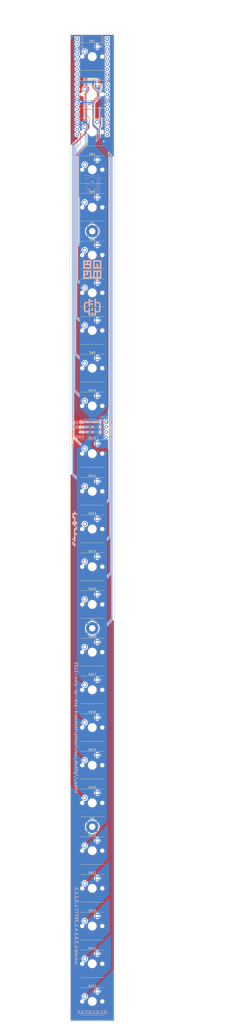
<source format=kicad_pcb>
(kicad_pcb (version 20240108) (generator "pcbnew") (generator_version "8.0")
  (layers (0 "F.Cu" signal) (31 "B.Cu" signal) (34 "B.Paste" user) (35 "F.Paste" user) (36 "B.SilkS" user "B.Silkscreen") (37 "F.SilkS" user "F.Silkscreen") (38 "B.Mask" user) (39 "F.Mask" user) (44 "Edge.Cuts" user))
  (net 0 "")
  (net 1 "GP15")
  (net 2 "GP13")
  (net 3 "GP2")
  (net 4 "GP6")
  (net 5 "GP4")
  (net 6 "GND")
  (net 7 "GP8")
  (net 8 "GP10")
  (net 9 "GP9")
  (net 10 "GP0")
  (net 11 "GP14")
  (net 12 "GP1")
  (net 13 "GP11")
  (net 14 "GP3")
  (net 15 "GP7")
  (net 16 "GP12")
  (net 17 "GP5")
  (net 18 "GP18")
  (net 19 "GP26")
  (net 20 "GP21")
  (net 21 "GP16")
  (net 22 "GP22")
  (net 23 "GP20")
  (net 24 "GP27")
  (net 25 "GP19")
  (net 26 "GP17")
  (net 27 "GP28")
  (net 28 "+5V")
  (net 29 "+3.3V")
  (net 30 "ADC_GND")
  (net 31 "RUN")
  (net 32 "3V3_EN")
  (net 33 "VSYS")
  (net 34 "ADC_VREF")
  (footprint "library:SW_Cherry_MX_1.00u_PCB" (layer "F.Cu") (at 58.42 102.87)
    (property "Reference" "SW4")
    (property "Value" "SW_Push")
  )
  (footprint "library:SW_Cherry_MX_1.00u_PCB" (layer "F.Cu") (at 58.42 346.71)
    (property "Reference" "SW16")
    (property "Value" "SW_Push")
  )
  (footprint "library:SW_Cherry_MX_1.00u_PCB" (layer "F.Cu") (at 58.42 45.72)
    (property "Reference" "SW1")
    (property "Value" "SW_Push")
  )
  (footprint "MountingHole:MountingHole_3.2mm_M3_Pad" (layer "F.Cu") (at 55.88 139.065)
    (property "Reference" "H1")
    (property "Value" "MountingHole_Pad")
  )
  (footprint "MountingHole:MountingHole_3.2mm_M3_Pad" (layer "F.Cu") (at 55.88 440.055)
    (property "Reference" "H3")
    (property "Value" "MountingHole_Pad")
  )
  (footprint "library:SW_Cherry_MX_1.00u_PCB" (layer "F.Cu") (at 58.42 265.43)
    (property "Reference" "SW12")
    (property "Value" "SW_Push")
  )
  (footprint "library:SW_Cherry_MX_1.00u_PCB" (layer "F.Cu") (at 58.42 83.82)
    (property "Reference" "SW3")
    (property "Value" "SW_Push")
  )
  (footprint "library:SW_Cherry_MX_1.00u_PCB" (layer "F.Cu") (at 58.42 146.05)
    (property "Reference" "SW6")
    (property "Value" "SW_Push")
  )
  (footprint "library:SW_Cherry_MX_1.00u_PCB" (layer "F.Cu") (at 58.42 246.38)
    (property "Reference" "SW11")
    (property "Value" "SW_Push")
  )
  (footprint "library:SW_Cherry_MX_1.00u_PCB" (layer "F.Cu") (at 58.42 485.14)
    (property "Reference" "SW23")
    (property "Value" "SW_Push")
  )
  (footprint "library:SW_Cherry_MX_1.00u_PCB" (layer "F.Cu") (at 58.42 165.1)
    (property "Reference" "SW7")
    (property "Value" "SW_Push")
  )
  (footprint "MountingHole:MountingHole_3.2mm_M3_Pad" (layer "F.Cu") (at 55.88 339.725)
    (property "Reference" "H2")
    (property "Value" "MountingHole_Pad")
  )
  (footprint "library:SW_Cherry_MX_1.00u_PCB" (layer "F.Cu") (at 58.42 466.09)
    (property "Reference" "SW22")
    (property "Value" "SW_Push")
  )
  (footprint "library:SW_Cherry_MX_1.00u_PCB" (layer "F.Cu") (at 58.42 203.2)
    (property "Reference" "SW9")
    (property "Value" "SW_Push")
  )
  (footprint "library:SW_Cherry_MX_1.00u_PCB" (layer "F.Cu") (at 58.42 184.15)
    (property "Reference" "SW8")
    (property "Value" "SW_Push")
  )
  (footprint "library:SW_Cherry_MX_1.00u_PCB" (layer "F.Cu") (at 58.42 384.81)
    (property "Reference" "SW18")
    (property "Value" "SW_Push")
  )
  (footprint "library:SW_Cherry_MX_1.00u_PCB" (layer "F.Cu") (at 58.42 504.19)
    (property "Reference" "SW24")
    (property "Value" "SW_Push")
  )
  (footprint "library:SW_Cherry_MX_1.00u_PCB" (layer "F.Cu") (at 58.42 303.53)
    (property "Reference" "SW14")
    (property "Value" "SW_Push")
  )
  (footprint "library:SW_Cherry_MX_1.00u_PCB" (layer "F.Cu") (at 58.42 403.86)
    (property "Reference" "SW19")
    (property "Value" "SW_Push")
  )
  (footprint "library:SW_Cherry_MX_1.00u_PCB" (layer "F.Cu") (at 58.42 222.25)
    (property "Reference" "SW10")
    (property "Value" "SW_Push")
  )
  (footprint "library:SW_Cherry_MX_1.00u_PCB" (layer "F.Cu") (at 58.42 322.58)
    (property "Reference" "SW15")
    (property "Value" "SW_Push")
  )
  (footprint "library:SW_Cherry_MX_1.00u_PCB" (layer "F.Cu") (at 58.42 284.48)
    (property "Reference" "SW13")
    (property "Value" "SW_Push")
  )
  (footprint "library:SW_Cherry_MX_1.00u_PCB" (layer "F.Cu") (at 58.42 121.92)
    (property "Reference" "SW5")
    (property "Value" "SW_Push")
  )
  (footprint "library:SW_Cherry_MX_1.00u_PCB" (layer "F.Cu") (at 58.42 64.77)
    (property "Reference" "SW2")
    (property "Value" "SW_Push")
  )
  (footprint "library:SW_Cherry_MX_1.00u_PCB" (layer "F.Cu") (at 58.42 447.04)
    (property "Reference" "SW21")
    (property "Value" "SW_Push")
  )
  (footprint "library:SW_Cherry_MX_1.00u_PCB" (layer "F.Cu") (at 58.42 365.76)
    (property "Reference" "SW17")
    (property "Value" "SW_Push")
  )
  (footprint "library:SW_Cherry_MX_1.00u_PCB" (layer "F.Cu") (at 58.42 422.91)
    (property "Reference" "SW20")
    (property "Value" "SW_Push")
  )
  (footprint "library:SW_Cherry_MX_1.00u_PCB" (layer "F.Cu") (at 58.42 523.24)
    (property "Reference" "SW25")
    (property "Value" "SW_Push")
  )
  (footprint "LOGO" (layer "B.Cu") (at 55.88 158.369 180)
    (property "Reference" "FEZ2" (hide yes))
    (property "Value" "LOGO" (hide yes))
  )
  (footprint "LOGO" (layer "B.Cu") (at 55.88 177.419 180)
    (property "Reference" "EHLAB" (hide yes))
    (property "Value" "LOGO" (hide yes))
  )
  (footprint "Connector_PinSocket_2.54mm:PinSocket_1x20_P2.54mm_Vertical" (layer "B.Cu") (at 48.26 41.91 180)
    (property "Reference" "PICO-R1")
    (property "Value" "Conn_01x20_Socket")
  )
  (footprint "LOGO" (layer "B.Cu") (at 55.88 115.316 180)
    (property "Reference" "MrMeeseeks" (hide yes))
    (property "Value" "LOGO" (hide yes))
  )
  (footprint "Connector_PinHeader_2.54mm:PinHeader_1x04_P2.54mm_Horizontal" (layer "B.Cu") (at 62.992 235.458 180)
    (property "Reference" "LEDS1")
    (property "Value" "Conn_01x04_Socket")
  )
  (footprint "Connector_PinSocket_2.54mm:PinSocket_1x20_P2.54mm_Vertical" (layer "B.Cu") (at 63.5 41.91 180)
    (property "Reference" "PICO-L1")
    (property "Value" "Conn_01x20_Socket")
  )
  (footprint "LOGO" (layer "B.Cu") (at 46.99 289.56 180)
    (property "Reference" "FEZ1" (hide yes))
    (property "Value" "LOGO" (hide yes))
  )
  (gr_rect (start 44.45 39.37) (end 67.31 538.48) (stroke (width 0.2)) (fill none) (layer "Edge.Cuts"))
  (gr_text "D\n3\n5\nG" (at 65.405 243.84 0) (layer "B.SilkS") (effects (font (size 1.5 1.5) (thickness 0.3) (bold yes)) (justify bottom mirror)))
  (gr_text "urn:oid:1.3.6.1.4.1.39777.1.3.2.1.0" (at 46.99 490.22 270) (layer "B.SilkS") (effects (font (size 1.5 1.5) (thickness 0.3) (bold yes)) (justify bottom mirror)))
  (gr_text "GP28\n3.3V\n5V\nGND" (at 52.07 234.95 0) (layer "B.SilkS") (effects (font (size 1.5 1.5) (thickness 0.3) (bold yes)) (justify left top mirror)))
  (gr_text "JLCJLCJLCJLC" (at 55.88 534.67 0) (layer "B.SilkS") (effects (font (size 1.5 1.5) (thickness 0.3) (bold yes)) (justify bottom mirror)))
  (gr_text "https://github.com/nomis/keyboard-pcb-rpi-pico-1x25\n\n" (at 44.45 389.89 270) (layer "B.SilkS") (effects (font (size 1.5 1.5) (thickness 0.3) (bold yes)) (justify bottom mirror)))
  (segment (start 64.516 274.574) (end 64.516 93.98) (width 0.2) (layer "F.Cu") (net 1))
  (segment (start 63.5 92.964) (end 63.5 90.17) (width 0.2) (layer "F.Cu") (net 1))
  (segment (start 64.516 93.98) (end 63.5 92.964) (width 0.2) (layer "F.Cu") (net 1))
  (segment (start 52.07 287.02) (end 64.516 274.574) (width 0.2) (layer "F.Cu") (net 1))
  (segment (start 52.07 325.12) (end 65.532 311.658) (width 0.2) (layer "F.Cu") (net 2))
  (segment (start 65.532 84.582) (end 63.5 82.55) (width 0.2) (layer "F.Cu") (net 2))
  (segment (start 65.532 311.658) (end 65.532 84.582) (width 0.2) (layer "F.Cu") (net 2))
  (segment (start 52.451 65.532) (end 53.47 66.551) (width 0.2) (layer "F.Cu") (net 3))
  (segment (start 53.47 67.889899) (end 52.07 69.289899) (width 0.2) (layer "F.Cu") (net 3))
  (segment (start 63.5 49.53) (end 61.976 48.006) (width 0.2) (layer "F.Cu") (net 3))
  (segment (start 52.07 69.289899) (end 52.07 86.36) (width 0.2) (layer "F.Cu") (net 3))
  (segment (start 52.451 50.546) (end 52.451 65.532) (width 0.2) (layer "F.Cu") (net 3))
  (segment (start 53.47 66.551) (end 53.47 67.889899) (width 0.2) (layer "F.Cu") (net 3))
  (segment (start 54.991 48.006) (end 52.451 50.546) (width 0.2) (layer "F.Cu") (net 3))
  (segment (start 61.976 48.006) (end 54.991 48.006) (width 0.2) (layer "F.Cu") (net 3))
  (segment (start 58.293 89.816059) (end 58.293 87.884) (width 0.2) (layer "F.Cu") (net 4))
  (segment (start 58.674 68.58) (end 56.388 66.294) (width 0.2) (layer "F.Cu") (net 4))
  (segment (start 63.5 62.23) (end 57.15 62.23) (width 0.2) (layer "F.Cu") (net 4))
  (segment (start 58.293 87.884) (end 56.007 85.598) (width 0.2) (layer "F.Cu") (net 4))
  (segment (start 47.244 200.914) (end 47.244 100.865059) (width 0.2) (layer "F.Cu") (net 4))
  (segment (start 58.674 71.12) (end 58.674 68.58) (width 0.2) (layer "F.Cu") (net 4))
  (segment (start 56.388 62.992) (end 56.388 66.294) (width 0.2) (layer "F.Cu") (net 4))
  (segment (start 56.007 73.787) (end 58.674 71.12) (width 0.2) (layer "F.Cu") (net 4))
  (segment (start 52.07 205.74) (end 47.244 200.914) (width 0.2) (layer "F.Cu") (net 4))
  (segment (start 47.244 100.865059) (end 58.293 89.816059) (width 0.2) (layer "F.Cu") (net 4))
  (segment (start 56.007 85.598) (end 56.007 73.787) (width 0.2) (layer "F.Cu") (net 4))
  (segment (start 57.15 62.23) (end 56.388 62.992) (width 0.2) (layer "F.Cu") (net 4))
  (segment (start 53.213 57.531) (end 53.213 65.151) (width 0.2) (layer "F.Cu") (net 5))
  (segment (start 56.134 54.61) (end 53.213 57.531) (width 0.2) (layer "F.Cu") (net 5))
  (segment (start 52.832 84.497552) (end 53.848 85.513552) (width 0.2) (layer "F.Cu") (net 5))
  (segment (start 54.124 66.189) (end 54.124 68.177) (width 0.2) (layer "F.Cu") (net 5))
  (segment (start 53.213 65.151) (end 54.102 66.04) (width 0.2) (layer "F.Cu") (net 5))
  (segment (start 54.102 66.04) (end 54.102 66.167) (width 0.2) (layer "F.Cu") (net 5))
  (segment (start 54.124 68.177) (end 52.832 69.469) (width 0.2) (layer "F.Cu") (net 5))
  (segment (start 52.832 69.469) (end 52.832 84.497552) (width 0.2) (layer "F.Cu") (net 5))
  (segment (start 46.228 95.637161) (end 46.228 105.791) (width 0.2) (layer "F.Cu") (net 5))
  (segment (start 63.5 54.61) (end 56.134 54.61) (width 0.2) (layer "F.Cu") (net 5))
  (segment (start 46.228 105.791) (end 46.228 107.696) (width 0.2) (layer "F.Cu") (net 5))
  (segment (start 52.397 88.475347) (end 52.397 89.468161) (width 0.2) (layer "F.Cu") (net 5))
  (segment (start 46.228 243.078) (end 46.228 241.808) (width 0.2) (layer "F.Cu") (net 5))
  (segment (start 54.102 66.167) (end 54.124 66.189) (width 0.2) (layer "F.Cu") (net 5))
  (segment (start 52.397 89.468161) (end 46.228 95.637161) (width 0.2) (layer "F.Cu") (net 5))
  (segment (start 53.848 85.513552) (end 53.848 87.024347) (width 0.2) (layer "F.Cu") (net 5))
  (segment (start 52.07 248.92) (end 46.228 243.078) (width 0.2) (layer "F.Cu") (net 5))
  (segment (start 53.848 87.024347) (end 52.397 88.475347) (width 0.2) (layer "F.Cu") (net 5))
  (segment (start 46.228 241.808) (end 46.228 107.696) (width 0.2) (layer "F.Cu") (net 5))
  (segment (start 61.722 93.599) (end 61.722 93.726) (width 0.5) (layer "F.Cu") (net 6))
  (segment (start 64.65 62.706346) (end 64.65 60.84) (width 0.2) (layer "F.Cu") (net 6))
  (segment (start 61.722 93.726) (end 58.42 97.028) (width 0.5) (layer "F.Cu") (net 6))
  (segment (start 64.65 60.84) (end 63.5 59.69) (width 0.2) (layer "F.Cu") (net 6))
  (segment (start 58.42 77.47) (end 58.42 83.82) (width 0.2) (layer "F.Cu") (net 6))
  (segment (start 58.42 64.77) (end 59.81 63.38) (width 0.2) (layer "F.Cu") (net 6))
  (segment (start 63.976346 63.38) (end 64.65 62.706346) (width 0.2) (layer "F.Cu") (net 6))
  (segment (start 59.81 63.38) (end 63.976346 63.38) (width 0.2) (layer "F.Cu") (net 6))
  (segment (start 63.5 72.39) (end 58.42 77.47) (width 0.2) (layer "F.Cu") (net 6))
  (segment (start 58.42 97.028) (end 58.42 102.87) (width 0.5) (layer "F.Cu") (net 6))
  (via (at 61.722 93.599) (size 1.5) (drill 0.75) (layers "F.Cu" "B.Cu") (net 6))
  (via (at 50.165 73.533) (size 1.5) (drill 0.75) (layers "F.Cu" "B.Cu") (net 6))
  (via (at 50.673 84.201) (size 1.5) (drill 0.75) (layers "F.Cu" "B.Cu") (net 6))
  (segment (start 49.53 45.72) (end 58.42 45.72) (width 0.5) (layer "B.Cu") (net 6))
  (segment (start 49.403 73.533) (end 50.165 73.533) (width 0.5) (layer "B.Cu") (net 6))
  (segment (start 48.26 85.09) (end 49.784 85.09) (width 0.5) (layer "B.Cu") (net 6))
  (segment (start 48.26 46.99) (end 49.53 45.72) (width 0.5) (layer "B.Cu") (net 6))
  (segment (start 48.26 85.09) (end 48.768 84.582) (width 0.2) (layer "B.Cu") (net 6))
  (segment (start 48.26 72.39) (end 49.403 73.533) (width 0.5) (layer "B.Cu") (net 6))
  (segment (start 49.784 85.09) (end 50.673 84.201) (width 0.5) (layer "B.Cu") (net 6))
  (segment (start 59.436 68.58) (end 60.706 67.31) (width 0.2) (layer "F.Cu") (net 7))
  (segment (start 52.07 167.64) (end 48.26 163.83) (width 0.2) (layer "F.Cu") (net 7))
  (segment (start 59.055 90.297) (end 59.055 87.63) (width 0.2) (layer "F.Cu") (net 7))
  (segment (start 59.055 87.63) (end 56.769 85.344) (width 0.2) (layer "F.Cu") (net 7))
  (segment (start 59.436 71.501) (end 59.436 68.58) (width 0.2) (layer "F.Cu") (net 7))
  (segment (start 56.769 85.344) (end 56.769 74.168) (width 0.2) (layer "F.Cu") (net 7))
  (segment (start 48.26 163.83) (end 48.26 101.092) (width 0.2) (layer "F.Cu") (net 7))
  (segment (start 56.769 74.168) (end 59.436 71.501) (width 0.2) (layer "F.Cu") (net 7))
  (segment (start 48.26 101.092) (end 59.055 90.297) (width 0.2) (layer "F.Cu") (net 7))
  (segment (start 60.706 67.31) (end 63.5 67.31) (width 0.2) (layer "F.Cu") (net 7))
  (segment (start 49.276 101.173448) (end 59.709 90.740448) (width 0.2) (layer "F.Cu") (net 8))
  (segment (start 52.07 124.46) (end 49.276 121.666) (width 0.2) (layer "F.Cu") (net 8))
  (segment (start 59.709 90.740448) (end 59.709 86.087) (width 0.2) (layer "F.Cu") (net 8))
  (segment (start 59.709 86.087) (end 60.147 85.649) (width 0.2) (layer "F.Cu") (net 8))
  (segment (start 60.147 78.283) (end 63.5 74.93) (width 0.2) (layer "F.Cu") (net 8))
  (segment (start 60.147 85.649) (end 60.147 78.283) (width 0.2) (layer "F.Cu") (net 8))
  (segment (start 49.276 121.666) (end 49.276 101.173448) (width 0.2) (layer "F.Cu") (net 8))
  (segment (start 52.07 148.59) (end 48.768 145.288) (width 0.2) (layer "F.Cu") (net 9))
  (segment (start 59.82 76.983654) (end 63.143654 73.66) (width 0.2) (layer "F.Cu") (net 9))
  (segment (start 59.382 90.478) (end 59.382 85.912) (width 0.2) (layer "F.Cu") (net 9))
  (segment (start 59.382 85.912) (end 59.82 85.474) (width 0.2) (layer "F.Cu") (net 9))
  (segment (start 63.856346 73.66) (end 65.024 72.492346) (width 0.2) (layer "F.Cu") (net 9))
  (segment (start 59.82 85.474) (end 59.82 76.983654) (width 0.2) (layer "F.Cu") (net 9))
  (segment (start 48.768 101.092) (end 59.382 90.478) (width 0.2) (layer "F.Cu") (net 9))
  (segment (start 48.768 145.288) (end 48.768 101.092) (width 0.2) (layer "F.Cu") (net 9))
  (segment (start 65.024 71.374) (end 63.5 69.85) (width 0.2) (layer "F.Cu") (net 9))
  (segment (start 63.143654 73.66) (end 63.856346 73.66) (width 0.2) (layer "F.Cu") (net 9))
  (segment (start 65.024 72.492346) (end 65.024 71.374) (width 0.2) (layer "F.Cu") (net 9))
  (segment (start 63.5 41.91) (end 52.07 41.91) (width 0.2) (layer "F.Cu") (net 10))
  (segment (start 52.07 41.91) (end 52.07 48.26) (width 0.2) (layer "F.Cu") (net 10))
  (segment (start 65.024 89.154) (end 63.5 87.63) (width 0.2) (layer "F.Cu") (net 11))
  (segment (start 52.07 306.07) (end 65.024 293.116) (width 0.2) (layer "F.Cu") (net 11))
  (segment (start 65.024 293.116) (end 65.024 89.154) (width 0.2) (layer "F.Cu") (net 11))
  (segment (start 63.5 44.45) (end 62.65 43.6) (width 0.2) (layer "F.Cu") (net 12))
  (segment (start 53.721 48.768) (end 52.07 50.419) (width 0.2) (layer "F.Cu") (net 12))
  (segment (start 62.65 43.6) (end 55.587 43.6) (width 0.2) (layer "F.Cu") (net 12))
  (segment (start 63.5 44.45) (end 63.37 44.32) (width 0.2) (layer "F.Cu") (net 12))
  (segment (start 55.587 43.6) (end 53.721 45.466) (width 0.2) (layer "F.Cu") (net 12))
  (segment (start 53.721 45.466) (end 53.721 48.768) (width 0.2) (layer "F.Cu") (net 12))
  (segment (start 52.07 50.419) (end 52.07 67.31) (width 0.2) (layer "F.Cu") (net 12))
  (segment (start 60.036 90.84) (end 60.452 90.424) (width 0.2) (layer "F.Cu") (net 13))
  (segment (start 52.07 105.41) (end 52.07 98.841896) (width 0.2) (layer "F.Cu") (net 13))
  (segment (start 62.164 78.806) (end 62.164 89.408) (width 0.2) (layer "F.Cu") (net 13))
  (segment (start 52.07 98.841896) (end 60.036 90.875896) (width 0.2) (layer "F.Cu") (net 13))
  (segment (start 60.036 90.875896) (end 60.036 90.84) (width 0.2) (layer "F.Cu") (net 13))
  (segment (start 63.5 77.47) (end 62.164 78.806) (width 0.2) (layer "F.Cu") (net 13))
  (segment (start 61.148 90.424) (end 62.164 89.408) (width 0.2) (layer "F.Cu") (net 13))
  (segment (start 60.452 90.424) (end 61.148 90.424) (width 0.2) (layer "F.Cu") (net 13))
  (segment (start 63.5 52.07) (end 63.5 51.308) (width 0.2) (layer "F.Cu") (net 14))
  (segment (start 58.166 52.07) (end 63.5 52.07) (width 0.2) (layer "F.Cu") (net 14))
  (segment (start 53.797 68.025347) (end 53.797 66.37) (width 0.2) (layer "F.Cu") (net 14))
  (segment (start 53.47 86.939899) (end 53.47 85.598) (width 0.2) (layer "F.Cu") (net 14))
  (segment (start 52.07 267.97) (end 45.72 261.62) (width 0.2) (layer "F.Cu") (net 14))
  (segment (start 45.72 261.62) (end 45.72 95.682713) (width 0.2) (layer "F.Cu") (net 14))
  (segment (start 52.07 88.339899) (end 53.47 86.939899) (width 0.2) (layer "F.Cu") (net 14))
  (segment (start 45.72 95.682713) (end 52.07 89.332713) (width 0.2) (layer "F.Cu") (net 14))
  (segment (start 52.832 57.404) (end 58.166 52.07) (width 0.2) (layer "F.Cu") (net 14))
  (segment (start 53.797 66.37) (end 52.832 65.405) (width 0.2) (layer "F.Cu") (net 14))
  (segment (start 52.832 65.405) (end 52.832 57.404) (width 0.2) (layer "F.Cu") (net 14))
  (segment (start 52.07 89.332713) (end 52.07 88.339899) (width 0.2) (layer "F.Cu") (net 14))
  (segment (start 53.47 85.598) (end 52.451 84.579) (width 0.2) (layer "F.Cu") (net 14))
  (segment (start 52.451 84.579) (end 52.451 69.371347) (width 0.2) (layer "F.Cu") (net 14))
  (segment (start 52.451 69.371347) (end 53.797 68.025347) (width 0.2) (layer "F.Cu") (net 14))
  (segment (start 61.087 64.77) (end 63.5 64.77) (width 0.2) (layer "F.Cu") (net 15))
  (segment (start 56.388 74.041) (end 59.055 71.374) (width 0.2) (layer "F.Cu") (net 15))
  (segment (start 52.07 186.69) (end 47.752 182.372) (width 0.2) (layer "F.Cu") (net 15))
  (segment (start 56.388 85.471) (end 56.388 74.041) (width 0.2) (layer "F.Cu") (net 15))
  (segment (start 59.055 66.802) (end 61.087 64.77) (width 0.2) (layer "F.Cu") (net 15))
  (segment (start 58.674 87.757) (end 56.388 85.471) (width 0.2) (layer "F.Cu") (net 15))
  (segment (start 47.752 101.092) (end 58.674 90.17) (width 0.2) (layer "F.Cu") (net 15))
  (segment (start 58.674 90.17) (end 58.674 87.757) (width 0.2) (layer "F.Cu") (net 15))
  (segment (start 59.055 71.374) (end 59.055 66.802) (width 0.2) (layer "F.Cu") (net 15))
  (segment (start 47.752 182.372) (end 47.752 101.092) (width 0.2) (layer "F.Cu") (net 15))
  (segment (start 66.04 335.28) (end 66.04 82.55) (width 0.2) (layer "F.Cu") (net 16))
  (segment (start 52.07 349.25) (end 66.04 335.28) (width 0.2) (layer "F.Cu") (net 16))
  (segment (start 66.04 82.55) (end 63.5 80.01) (width 0.2) (layer "F.Cu") (net 16))
  (segment (start 58.293 70.866) (end 53.159 76) (width 0.2) (layer "F.Cu") (net 17))
  (segment (start 52.724 89.603609) (end 46.736 95.591609) (width 0.2) (layer "F.Cu") (net 17))
  (segment (start 56.007 66.548) (end 58.293 68.834) (width 0.2) (layer "F.Cu") (net 17))
  (segment (start 53.159 84.362104) (end 54.229 85.432104) (width 0.2) (layer "F.Cu") (net 17))
  (segment (start 60.833 57.15) (end 56.007 61.976) (width 0.2) (layer "F.Cu") (net 17))
  (segment (start 54.229 87.122) (end 52.724 88.627) (width 0.2) (layer "F.Cu") (net 17))
  (segment (start 52.724 88.627) (end 52.724 89.603609) (width 0.2) (layer "F.Cu") (net 17))
  (segment (start 53.159 76) (end 53.159 84.362104) (width 0.2) (layer "F.Cu") (net 17))
  (segment (start 54.229 85.432104) (end 54.229 87.122) (width 0.2) (layer "F.Cu") (net 17))
  (segment (start 56.007 61.976) (end 56.007 66.548) (width 0.2) (layer "F.Cu") (net 17))
  (segment (start 58.293 68.834) (end 58.293 70.866) (width 0.2) (layer "F.Cu") (net 17))
  (segment (start 46.736 219.456) (end 52.07 224.79) (width 0.2) (layer "F.Cu") (net 17))
  (segment (start 63.5 57.15) (end 60.833 57.15) (width 0.2) (layer "F.Cu") (net 17))
  (segment (start 46.736 95.591609) (end 46.736 219.456) (width 0.2) (layer "F.Cu") (net 17))
  (segment (start 52.324 88.564552) (end 54.029 86.859552) (width 0.2) (layer "B.Cu") (net 18))
  (segment (start 52.578 82.55) (end 48.26 82.55) (width 0.2) (layer "B.Cu") (net 18))
  (segment (start 54.029 86.859552) (end 54.029 84.001) (width 0.2) (layer "B.Cu") (net 18))
  (segment (start 52.832 242.57) (end 52.832 233.426) (width 0.2) (layer "B.Cu") (net 18))
  (segment (start 46.736 248.666) (end 52.832 242.57) (width 0.2) (layer "B.Cu") (net 18))
  (segment (start 52.07 387.35) (end 46.736 382.016) (width 0.2) (layer "B.Cu") (net 18))
  (segment (start 48.26 99.06) (end 52.324 94.996) (width 0.2) (layer "B.Cu") (net 18))
  (segment (start 48.26 228.854) (end 48.26 99.06) (width 0.2) (layer "B.Cu") (net 18))
  (segment (start 52.324 94.996) (end 52.324 88.564552) (width 0.2) (layer "B.Cu") (net 18))
  (segment (start 52.832 233.426) (end 48.26 228.854) (width 0.2) (layer "B.Cu") (net 18))
  (segment (start 54.029 84.001) (end 52.578 82.55) (width 0.2) (layer "B.Cu") (net 18))
  (segment (start 46.736 382.016) (end 46.736 248.666) (width 0.2) (layer "B.Cu") (net 18))
  (segment (start 59.944 82.804) (end 59.944 85.344) (width 0.2) (layer "B.Cu") (net 19))
  (segment (start 65.532 101.6) (end 65.532 493.268) (width 0.2) (layer "B.Cu") (net 19))
  (segment (start 59.944 85.344) (end 59.363 85.925) (width 0.2) (layer "B.Cu") (net 19))
  (segment (start 65.532 493.268) (end 52.07 506.73) (width 0.2) (layer "B.Cu") (net 19))
  (segment (start 48.26 64.77) (end 55.118 64.77) (width 0.2) (layer "B.Cu") (net 19))
  (segment (start 58.928 81.788) (end 59.944 82.804) (width 0.2) (layer "B.Cu") (net 19))
  (segment (start 59.363 95.431) (end 65.532 101.6) (width 0.2) (layer "B.Cu") (net 19))
  (segment (start 58.928 68.58) (end 58.928 81.788) (width 0.2) (layer "B.Cu") (net 19))
  (segment (start 59.363 85.925) (end 59.363 95.431) (width 0.2) (layer "B.Cu") (net 19))
  (segment (start 55.118 64.77) (end 58.928 68.58) (width 0.2) (layer "B.Cu") (net 19))
  (segment (start 58.674 87.63) (end 58.674 95.758) (width 0.2) (layer "B.Cu") (net 20))
  (segment (start 55.118 74.93) (end 56.388 76.2) (width 0.2) (layer "B.Cu") (net 20))
  (segment (start 48.26 74.93) (end 55.118 74.93) (width 0.2) (layer "B.Cu") (net 20))
  (segment (start 56.388 76.2) (end 56.388 85.344) (width 0.2) (layer "B.Cu") (net 20))
  (segment (start 64.516 456.184) (end 52.07 468.63) (width 0.2) (layer "B.Cu") (net 20))
  (segment (start 56.388 85.344) (end 58.674 87.63) (width 0.2) (layer "B.Cu") (net 20))
  (segment (start 58.674 95.758) (end 64.516 101.6) (width 0.2) (layer "B.Cu") (net 20))
  (segment (start 64.516 101.6) (end 64.516 456.184) (width 0.2) (layer "B.Cu") (net 20))
  (segment (start 47.244 96.52) (end 48.26 95.504) (width 0.2) (layer "B.Cu") (net 21))
  (segment (start 52.07 425.45) (end 45.72 419.1) (width 0.2) (layer "B.Cu") (net 21))
  (segment (start 45.72 419.1) (end 45.72 247.65) (width 0.2) (layer "B.Cu") (net 21))
  (segment (start 51.816 241.554) (end 51.816 234.442) (width 0.2) (layer "B.Cu") (net 21))
  (segment (start 48.26 95.504) (end 48.26 90.17) (width 0.2) (layer "B.Cu") (net 21))
  (segment (start 51.816 234.442) (end 47.244 229.87) (width 0.2) (layer "B.Cu") (net 21))
  (segment (start 45.72 247.65) (end 51.816 241.554) (width 0.2) (layer "B.Cu") (net 21))
  (segment (start 47.244 229.87) (end 47.244 96.52) (width 0.2) (layer "B.Cu") (net 21))
  (segment (start 56.715 85.163) (end 59.036 87.484) (width 0.2) (layer "B.Cu") (net 22))
  (segment (start 65.024 101.6) (end 65.024 474.726) (width 0.2) (layer "B.Cu") (net 22))
  (segment (start 51.562 73.152) (end 56.388 73.152) (width 0.2) (layer "B.Cu") (net 22))
  (segment (start 59.036 95.612) (end 65.024 101.6) (width 0.2) (layer "B.Cu") (net 22))
  (segment (start 59.036 87.484) (end 59.036 95.612) (width 0.2) (layer "B.Cu") (net 22))
  (segment (start 65.024 474.726) (end 52.07 487.68) (width 0.2) (layer "B.Cu") (net 22))
  (segment (start 56.388 73.152) (end 56.715 73.479) (width 0.2) (layer "B.Cu") (net 22))
  (segment (start 48.26 69.85) (end 51.562 73.152) (width 0.2) (layer "B.Cu") (net 22))
  (segment (start 56.715 73.479) (end 56.715 85.163) (width 0.2) (layer "B.Cu") (net 22))
  (segment (start 57.912 249.428) (end 64.008 249.428) (width 0.2) (layer "B.Cu") (net 23))
  (segment (start 48.26 77.47) (end 55.626 77.47) (width 0.2) (layer "B.Cu") (net 23))
  (segment (start 55.88 236.728) (end 55.88 247.396) (width 0.2) (layer "B.Cu") (net 23))
  (segment (start 58.347 87.79747) (end 58.347 95.939) (width 0.2) (layer "B.Cu") (net 23))
  (segment (start 64.008 437.642) (end 52.07 449.58) (width 0.2) (layer "B.Cu") (net 23))
  (segment (start 55.88 247.396) (end 57.912 249.428) (width 0.2) (layer "B.Cu") (net 23))
  (segment (start 56.061 85.51147) (end 58.347 87.79747) (width 0.2) (layer "B.Cu") (net 23))
  (segment (start 55.626 77.47) (end 56.061 77.905) (width 0.2) (layer "B.Cu") (net 23))
  (segment (start 64.008 249.428) (end 64.008 437.642) (width 0.2) (layer "B.Cu") (net 23))
  (segment (start 56.061 77.905) (end 56.061 85.51147) (width 0.2) (layer "B.Cu") (net 23))
  (segment (start 64.008 101.6) (end 64.008 228.6) (width 0.2) (layer "B.Cu") (net 23))
  (segment (start 64.008 228.6) (end 55.88 236.728) (width 0.2) (layer "B.Cu") (net 23))
  (segment (start 58.347 95.939) (end 64.008 101.6) (width 0.2) (layer "B.Cu") (net 23))
  (segment (start 60.452 85.852) (end 59.69 86.614) (width 0.2) (layer "B.Cu") (net 24))
  (segment (start 60.452 82.296) (end 60.452 85.852) (width 0.2) (layer "B.Cu") (net 24))
  (segment (start 59.69 86.614) (end 59.69 95.25) (width 0.2) (layer "B.Cu") (net 24))
  (segment (start 66.04 511.81) (end 52.07 525.78) (width 0.2) (layer "B.Cu") (net 24))
  (segment (start 58.674 62.23) (end 60.452 64.008) (width 0.2) (layer "B.Cu") (net 24))
  (segment (start 59.436 68.58) (end 59.436 81.28) (width 0.2) (layer "B.Cu") (net 24))
  (segment (start 59.436 81.28) (end 60.452 82.296) (width 0.2) (layer "B.Cu") (net 24))
  (segment (start 60.452 64.008) (end 60.452 67.564) (width 0.2) (layer "B.Cu") (net 24))
  (segment (start 59.69 95.25) (end 66.04 101.6) (width 0.2) (layer "B.Cu") (net 24))
  (segment (start 66.04 101.6) (end 66.04 511.81) (width 0.2) (layer "B.Cu") (net 24))
  (segment (start 48.26 62.23) (end 58.674 62.23) (width 0.2) (layer "B.Cu") (net 24))
  (segment (start 60.452 67.564) (end 59.436 68.58) (width 0.2) (layer "B.Cu") (net 24))
  (segment (start 52.905 95.431) (end 48.768 99.568) (width 0.2) (layer "B.Cu") (net 25))
  (segment (start 48.26 80.01) (end 52.578 80.01) (width 0.2) (layer "B.Cu") (net 25))
  (segment (start 53.34 232.918) (end 53.34 243.078) (width 0.2) (layer "B.Cu") (net 25))
  (segment (start 48.768 99.568) (end 48.768 228.346) (width 0.2) (layer "B.Cu") (net 25))
  (segment (start 53.34 243.078) (end 47.244 249.174) (width 0.2) (layer "B.Cu") (net 25))
  (segment (start 48.768 228.346) (end 53.34 232.918) (width 0.2) (layer "B.Cu") (net 25))
  (segment (start 54.356 86.995) (end 52.905 88.446) (width 0.2) (layer "B.Cu") (net 25))
  (segment (start 52.905 88.446) (end 52.905 95.431) (width 0.2) (layer "B.Cu") (net 25))
  (segment (start 47.244 363.474) (end 52.07 368.3) (width 0.2) (layer "B.Cu") (net 25))
  (segment (start 52.578 80.01) (end 54.356 81.788) (width 0.2) (layer "B.Cu") (net 25))
  (segment (start 54.356 81.788) (end 54.356 86.995) (width 0.2) (layer "B.Cu") (net 25))
  (segment (start 47.244 249.174) (end 47.244 363.474) (width 0.2) (layer "B.Cu") (net 25))
  (segment (start 52.324 242.062) (end 46.228 248.158) (width 0.2) (layer "B.Cu") (net 26))
  (segment (start 48.26 87.63) (end 48.26 88.062713) (width 0.2) (layer "B.Cu") (net 26))
  (segment (start 46.228 248.158) (end 46.228 400.558) (width 0.2) (layer "B.Cu") (net 26))
  (segment (start 49.784 94.996) (end 47.752 97.028) (width 0.2) (layer "B.Cu") (net 26))
  (segment (start 46.228 400.558) (end 52.07 406.4) (width 0.2) (layer "B.Cu") (net 26))
  (segment (start 47.752 97.028) (end 47.752 229.362) (width 0.2) (layer "B.Cu") (net 26))
  (segment (start 52.324 233.934) (end 52.324 242.062) (width 0.2) (layer "B.Cu") (net 26))
  (segment (start 49.784 89.586713) (end 49.784 94.996) (width 0.2) (layer "B.Cu") (net 26))
  (segment (start 48.26 88.062713) (end 49.784 89.586713) (width 0.2) (layer "B.Cu") (net 26))
  (segment (start 47.752 229.362) (end 52.324 233.934) (width 0.2) (layer "B.Cu") (net 26))
  (segment (start 49.784 235.458) (end 59.944 235.458) (width 0.2) (layer "F.Cu") (net 27))
  (via (at 49.784 235.458) (size 0.6) (drill 0.3) (layers "F.Cu" "B.Cu") (net 27))
  (via (at 59.944 235.458) (size 0.6) (drill 0.3) (layers "F.Cu" "B.Cu") (net 27))
  (segment (start 46.736 234.95) (end 47.244 235.458) (width 0.2) (layer "B.Cu") (net 27))
  (segment (start 46.736 58.674) (end 46.736 234.95) (width 0.2) (layer "B.Cu") (net 27))
  (segment (start 48.26 57.15) (end 46.736 58.674) (width 0.2) (layer "B.Cu") (net 27))
  (segment (start 59.944 235.458) (end 62.992 235.458) (width 0.2) (layer "B.Cu") (net 27))
  (segment (start 47.244 235.458) (end 49.784 235.458) (width 0.2) (layer "B.Cu") (net 27))
  (segment (start 49.784 240.538) (end 59.944 240.538) (width 0.2) (layer "F.Cu") (net 28))
  (via (at 49.784 240.538) (size 0.6) (drill 0.3) (layers "F.Cu" "B.Cu") (net 28))
  (via (at 59.944 240.538) (size 0.6) (drill 0.3) (layers "F.Cu" "B.Cu") (net 28))
  (segment (start 46.482 41.91) (end 45.72 42.672) (width 0.2) (layer "B.Cu") (net 28))
  (segment (start 62.992 240.538) (end 59.944 240.538) (width 0.2) (layer "B.Cu") (net 28))
  (segment (start 48.26 41.91) (end 46.482 41.91) (width 0.2) (layer "B.Cu") (net 28))
  (segment (start 45.72 240.03) (end 46.228 240.538) (width 0.2) (layer "B.Cu") (net 28))
  (segment (start 45.72 42.672) (end 45.72 240.03) (width 0.2) (layer "B.Cu") (net 28))
  (segment (start 46.228 240.538) (end 49.784 240.538) (width 0.2) (layer "B.Cu") (net 28))
  (segment (start 59.944 237.998) (end 49.784 237.998) (width 0.2) (layer "F.Cu") (net 29))
  (via (at 59.944 237.998) (size 0.6) (drill 0.3) (layers "F.Cu" "B.Cu") (net 29))
  (via (at 49.784 237.998) (size 0.6) (drill 0.3) (layers "F.Cu" "B.Cu") (net 29))
  (segment (start 49.784 237.998) (end 46.736 237.998) (width 0.2) (layer "B.Cu") (net 29))
  (segment (start 46.736 237.998) (end 46.228 237.49) (width 0.2) (layer "B.Cu") (net 29))
  (segment (start 46.228 237.49) (end 46.228 54.102) (width 0.2) (layer "B.Cu") (net 29))
  (segment (start 62.992 237.998) (end 59.944 237.998) (width 0.2) (layer "B.Cu") (net 29))
  (segment (start 46.228 54.102) (end 48.26 52.07) (width 0.2) (layer "B.Cu") (net 29))
  (zone (net 6) (net_name "GND") (layers "F.Cu" "B.Cu") (connect_pads (clearance 0.5)) (min_thickness 0.25) (fill yes (thermal_gap 0.5) (thermal_bridge_width 0.5))
    (polygon (pts (xy 43.18 38.1) (xy 68.58 38.1) (xy 68.58 539.75) (xy 43.18 539.75)))
  )
)
</source>
